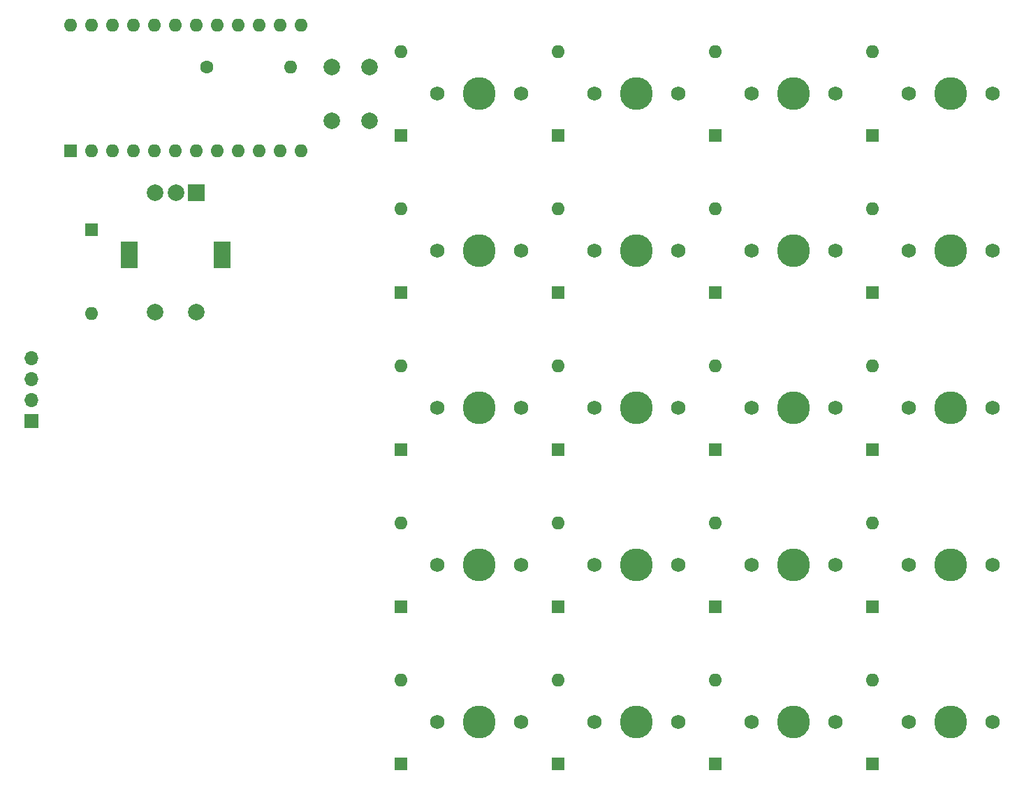
<source format=gts>
G04 #@! TF.GenerationSoftware,KiCad,Pcbnew,(5.1.10)-1*
G04 #@! TF.CreationDate,2021-09-14T12:33:23+02:00*
G04 #@! TF.ProjectId,SheepyPad,53686565-7079-4506-9164-2e6b69636164,rev?*
G04 #@! TF.SameCoordinates,Original*
G04 #@! TF.FileFunction,Soldermask,Top*
G04 #@! TF.FilePolarity,Negative*
%FSLAX46Y46*%
G04 Gerber Fmt 4.6, Leading zero omitted, Abs format (unit mm)*
G04 Created by KiCad (PCBNEW (5.1.10)-1) date 2021-09-14 12:33:23*
%MOMM*%
%LPD*%
G01*
G04 APERTURE LIST*
%ADD10O,1.600000X1.600000*%
%ADD11R,1.600000X1.600000*%
%ADD12O,1.700000X1.700000*%
%ADD13R,1.700000X1.700000*%
%ADD14C,2.000000*%
%ADD15C,1.600000*%
%ADD16C,3.987800*%
%ADD17C,1.750000*%
%ADD18R,2.000000X2.000000*%
%ADD19R,2.000000X3.200000*%
G04 APERTURE END LIST*
D10*
X94615000Y-62230000D03*
X92075000Y-62230000D03*
X89535000Y-62230000D03*
X66675000Y-46990000D03*
X86995000Y-62230000D03*
X69215000Y-46990000D03*
X84455000Y-62230000D03*
X71755000Y-46990000D03*
X81915000Y-62230000D03*
X74295000Y-46990000D03*
X79375000Y-62230000D03*
X76835000Y-46990000D03*
X76835000Y-62230000D03*
X79375000Y-46990000D03*
X74295000Y-62230000D03*
X81915000Y-46990000D03*
X71755000Y-62230000D03*
X84455000Y-46990000D03*
X69215000Y-62230000D03*
X86995000Y-46990000D03*
D11*
X66675000Y-62230000D03*
D10*
X89535000Y-46990000D03*
X92075000Y-46990000D03*
X94615000Y-46990000D03*
D12*
X61925000Y-87345000D03*
X61925000Y-89885000D03*
X61925000Y-92425000D03*
D13*
X61925000Y-94965000D03*
D14*
X102870000Y-58570000D03*
X98370000Y-58570000D03*
X102870000Y-52070000D03*
X98370000Y-52070000D03*
D10*
X93345000Y-52070000D03*
D15*
X83185000Y-52070000D03*
D10*
X69215000Y-81915000D03*
D11*
X69215000Y-71755000D03*
D16*
X116205000Y-55245000D03*
D17*
X111125000Y-55245000D03*
X121285000Y-55245000D03*
D16*
X116205000Y-112395000D03*
D17*
X111125000Y-112395000D03*
X121285000Y-112395000D03*
D10*
X144780000Y-69215000D03*
D11*
X144780000Y-79375000D03*
D18*
X81915000Y-67310000D03*
D14*
X79415000Y-67310000D03*
X76915000Y-67310000D03*
D19*
X85015000Y-74810000D03*
X73815000Y-74810000D03*
D14*
X81915000Y-81810000D03*
X76915000Y-81810000D03*
D16*
X173355000Y-131445000D03*
D17*
X168275000Y-131445000D03*
X178435000Y-131445000D03*
D16*
X173355000Y-112395000D03*
D17*
X168275000Y-112395000D03*
X178435000Y-112395000D03*
D16*
X173355000Y-93345000D03*
D17*
X168275000Y-93345000D03*
X178435000Y-93345000D03*
D16*
X173355000Y-74295000D03*
D17*
X168275000Y-74295000D03*
X178435000Y-74295000D03*
D16*
X173355000Y-55245000D03*
D17*
X168275000Y-55245000D03*
X178435000Y-55245000D03*
D16*
X154305000Y-131445000D03*
D17*
X149225000Y-131445000D03*
X159385000Y-131445000D03*
D16*
X154305000Y-112395000D03*
D17*
X149225000Y-112395000D03*
X159385000Y-112395000D03*
D16*
X154305000Y-93345000D03*
D17*
X149225000Y-93345000D03*
X159385000Y-93345000D03*
D16*
X154305000Y-74295000D03*
D17*
X149225000Y-74295000D03*
X159385000Y-74295000D03*
D16*
X154305000Y-55245000D03*
D17*
X149225000Y-55245000D03*
X159385000Y-55245000D03*
D16*
X135255000Y-131445000D03*
D17*
X130175000Y-131445000D03*
X140335000Y-131445000D03*
D16*
X135255000Y-112395000D03*
D17*
X130175000Y-112395000D03*
X140335000Y-112395000D03*
D16*
X135255000Y-93345000D03*
D17*
X130175000Y-93345000D03*
X140335000Y-93345000D03*
D16*
X135255000Y-74295000D03*
D17*
X130175000Y-74295000D03*
X140335000Y-74295000D03*
D16*
X135255000Y-55245000D03*
D17*
X130175000Y-55245000D03*
X140335000Y-55245000D03*
D16*
X116205000Y-131445000D03*
D17*
X111125000Y-131445000D03*
X121285000Y-131445000D03*
D16*
X116205000Y-93345000D03*
D17*
X111125000Y-93345000D03*
X121285000Y-93345000D03*
D16*
X116205000Y-74295000D03*
D17*
X111125000Y-74295000D03*
X121285000Y-74295000D03*
D10*
X163830000Y-126365000D03*
D11*
X163830000Y-136525000D03*
D10*
X163830000Y-107315000D03*
D11*
X163830000Y-117475000D03*
D10*
X163830000Y-88265000D03*
D11*
X163830000Y-98425000D03*
D10*
X163830000Y-69215000D03*
D11*
X163830000Y-79375000D03*
D10*
X163830000Y-50165000D03*
D11*
X163830000Y-60325000D03*
D10*
X144780000Y-126365000D03*
D11*
X144780000Y-136525000D03*
D10*
X144780000Y-107315000D03*
D11*
X144780000Y-117475000D03*
D10*
X144780000Y-88265000D03*
D11*
X144780000Y-98425000D03*
D10*
X144780000Y-50165000D03*
D11*
X144780000Y-60325000D03*
D10*
X125730000Y-126365000D03*
D11*
X125730000Y-136525000D03*
D10*
X125730000Y-107315000D03*
D11*
X125730000Y-117475000D03*
D10*
X125730000Y-88265000D03*
D11*
X125730000Y-98425000D03*
D10*
X125730000Y-69215000D03*
D11*
X125730000Y-79375000D03*
D10*
X125730000Y-50165000D03*
D11*
X125730000Y-60325000D03*
D10*
X106680000Y-126365000D03*
D11*
X106680000Y-136525000D03*
D10*
X106680000Y-107315000D03*
D11*
X106680000Y-117475000D03*
D10*
X106680000Y-88265000D03*
D11*
X106680000Y-98425000D03*
D10*
X106680000Y-69215000D03*
D11*
X106680000Y-79375000D03*
D10*
X106680000Y-50165000D03*
D11*
X106680000Y-60325000D03*
M02*

</source>
